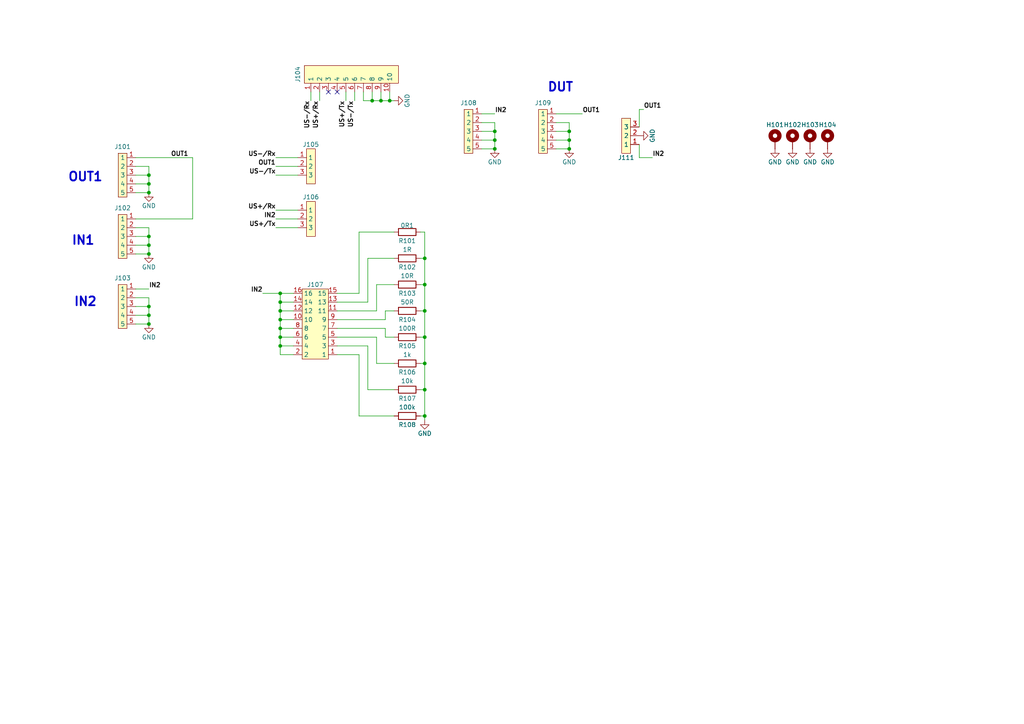
<source format=kicad_sch>
(kicad_sch (version 20231120) (generator "eeschema") (generator_version "8.0")
  (paper "A4")
  (lib_symbols
    (symbol "BestParts_Connectors:Generic-10P"
      (property "Reference" "J" (at 0 14.478 0))
      (symbol "Generic-10P_1_1"
        (rectangle (start -2.54 13.335) (end 2.54 -13.97) (fill (type background)))
        (pin passive line (at 5.08 11.43 180) (length 2.54) (name "1") (number "1"))
        (pin passive line (at 5.08 -11.43 180) (length 2.54) (name "10") (number "10"))
        (pin passive line (at 5.08 8.89 180) (length 2.54) (name "2") (number "2"))
        (pin passive line (at 5.08 6.35 180) (length 2.54) (name "3") (number "3"))
        (pin passive line (at 5.08 3.81 180) (length 2.54) (name "4") (number "4"))
        (pin passive line (at 5.08 1.27 180) (length 2.54) (name "5") (number "5"))
        (pin passive line (at 5.08 -1.27 180) (length 2.54) (name "6") (number "6"))
        (pin passive line (at 5.08 -3.81 180) (length 2.54) (name "7") (number "7"))
        (pin passive line (at 5.08 -6.35 180) (length 2.54) (name "8") (number "8"))
        (pin passive line (at 5.08 -8.89 180) (length 2.54) (name "9") (number "9"))
      )
    )
    (symbol "BestParts_Connectors:Generic-16P-2R"
      (property "Reference" "J" (at 0 11.43 0))
      (symbol "Generic-16P-2R_1_1"
        (rectangle (start -3.81 10.16) (end 3.81 -10.16) (fill (type background)))
        (pin passive line (at 6.35 -8.89 180) (length 2.54) (name "1") (number "1"))
        (pin passive line (at -6.35 1.27 0) (length 2.54) (name "10") (number "10"))
        (pin passive line (at 6.35 3.81 180) (length 2.54) (name "11") (number "11"))
        (pin passive line (at -6.35 3.81 0) (length 2.54) (name "12") (number "12"))
        (pin passive line (at 6.35 6.35 180) (length 2.54) (name "13") (number "13"))
        (pin passive line (at -6.35 6.35 0) (length 2.54) (name "14") (number "14"))
        (pin passive line (at 6.35 8.89 180) (length 2.54) (name "15") (number "15"))
        (pin passive line (at -6.35 8.89 0) (length 2.54) (name "16") (number "16"))
        (pin passive line (at -6.35 -8.89 0) (length 2.54) (name "2") (number "2"))
        (pin passive line (at 6.35 -6.35 180) (length 2.54) (name "3") (number "3"))
        (pin passive line (at -6.35 -6.35 0) (length 2.54) (name "4") (number "4"))
        (pin passive line (at 6.35 -3.81 180) (length 2.54) (name "5") (number "5"))
        (pin passive line (at -6.35 -3.81 0) (length 2.54) (name "6") (number "6"))
        (pin passive line (at 6.35 -1.27 180) (length 2.54) (name "7") (number "7"))
        (pin passive line (at -6.35 -1.27 0) (length 2.54) (name "8") (number "8"))
        (pin passive line (at 6.35 1.27 180) (length 2.54) (name "9") (number "9"))
      )
    )
    (symbol "BestParts_Connectors:Generic-3P"
      (property "Reference" "J" (at 0 6.35 0))
      (symbol "Generic-3P_1_1"
        (rectangle (start -1.27 5.08) (end 1.27 -5.08) (fill (type background)))
        (pin input line (at 3.81 2.54 180) (length 2.54) (name "1") (number "1"))
        (pin input line (at 3.81 0 180) (length 2.54) (name "2") (number "2"))
        (pin input line (at 3.81 -2.54 180) (length 2.54) (name "3") (number "3"))
      )
    )
    (symbol "BestParts_Connectors:Generic-5P"
      (property "Reference" "J" (at 0 7.112 0))
      (symbol "Generic-5P_1_1"
        (rectangle (start -1.27 6.35) (end 1.27 -6.35) (fill (type background)))
        (pin passive line (at 3.81 5.08 180) (length 2.54) (name "1") (number "1"))
        (pin passive line (at 3.81 2.54 180) (length 2.54) (name "2") (number "2"))
        (pin passive line (at 3.81 0 180) (length 2.54) (name "3") (number "3"))
        (pin passive line (at 3.81 -2.54 180) (length 2.54) (name "4") (number "4"))
        (pin passive line (at 3.81 -5.08 180) (length 2.54) (name "5") (number "5"))
      )
    )
    (symbol "BestParts_Generic:Resistor" (pin_numbers hide)
      (property "Reference" "R" (at 0 2.54 0))
      (symbol "Resistor_1_1"
        (rectangle (start -2.54 1.016) (end 2.54 -1.016) (stroke (width 0.254)))
        (pin passive line (at -3.81 0 0) (length 1.27) (name "") (number "1"))
        (pin passive line (at 3.81 0 180) (length 1.27) (name "") (number "2"))
      )
    )
    (symbol "Mechanical:MountingHole_Pad" (pin_numbers hide) (pin_names (offset 1.016) hide)
      (property "Reference" "H" (at 0 6.35 0))
      (property "Value" "MountingHole_Pad" (at 0 4.445 0))
      (symbol "MountingHole_Pad_0_1"
        (circle (center 0 1.27) (radius 1.27) (stroke (width 1.27)))
      )
      (symbol "MountingHole_Pad_1_1"
        (pin input line (at 0 -2.54 90) (length 2.54) (name "1") (number "1"))
      )
    )
    (symbol "power:GND" (power) (pin_numbers hide) (pin_names (offset 0) hide)
      (property "Value" "GND" (at 0 -3.81 0))
      (symbol "GND_0_1"
        (polyline (pts (xy 0 0) (xy 0 -1.27) (xy 1.27 -1.27) (xy 0 -2.54) (xy -1.27 -1.27) (xy 0 -1.27)))
      )
      (symbol "GND_1_1"
        (pin power_in line (at 0 0 270) (length 0) (name "~") (number "1"))
      )
    )
  )
  (junction (at 123.19 97.79))
  (junction (at 81.28 100.33))
  (junction (at 123.19 74.93))
  (junction (at 113.03 29.21))
  (junction (at 165.1 40.64))
  (junction (at 81.28 92.71))
  (junction (at 43.18 50.8))
  (junction (at 81.28 90.17))
  (junction (at 165.1 43.18))
  (junction (at 81.28 87.63))
  (junction (at 43.18 73.66))
  (junction (at 123.19 82.55))
  (junction (at 107.95 29.21))
  (junction (at 143.51 40.64))
  (junction (at 43.18 93.98))
  (junction (at 143.51 43.18))
  (junction (at 43.18 55.88))
  (junction (at 43.18 53.34))
  (junction (at 143.51 38.1))
  (junction (at 43.18 91.44))
  (junction (at 81.28 97.79))
  (junction (at 81.28 95.25))
  (junction (at 165.1 38.1))
  (junction (at 110.49 29.21))
  (junction (at 43.18 88.9))
  (junction (at 81.28 85.09))
  (junction (at 43.18 71.12))
  (junction (at 123.19 90.17))
  (junction (at 123.19 113.03))
  (junction (at 43.18 68.58))
  (junction (at 123.19 120.65))
  (junction (at 123.19 105.41))
  (no_connect (at 97.79 26.67))
  (no_connect (at 95.25 26.67))
  (wire (pts (xy 39.37 48.26) (xy 43.18 48.26)))
  (wire (pts (xy 110.49 29.21) (xy 113.03 29.21)))
  (wire (pts (xy 143.51 33.02) (xy 139.7 33.02)))
  (wire (pts (xy 111.76 95.25) (xy 111.76 97.79)))
  (wire (pts (xy 81.28 92.71) (xy 85.09 92.71)))
  (wire (pts (xy 81.28 100.33) (xy 85.09 100.33)))
  (wire (pts (xy 43.18 71.12) (xy 43.18 73.66)))
  (wire (pts (xy 161.29 38.1) (xy 165.1 38.1)))
  (wire (pts (xy 81.28 102.87) (xy 85.09 102.87)))
  (wire (pts (xy 81.28 87.63) (xy 81.28 90.17)))
  (wire (pts (xy 55.88 45.72) (xy 55.88 63.5)))
  (wire (pts (xy 109.22 82.55) (xy 114.3 82.55)))
  (wire (pts (xy 110.49 29.21) (xy 110.49 26.67)))
  (wire (pts (xy 111.76 97.79) (xy 114.3 97.79)))
  (wire (pts (xy 139.7 38.1) (xy 143.51 38.1)))
  (wire (pts (xy 165.1 38.1) (xy 165.1 40.64)))
  (wire (pts (xy 97.79 95.25) (xy 111.76 95.25)))
  (wire (pts (xy 165.1 35.56) (xy 165.1 38.1)))
  (wire (pts (xy 81.28 92.71) (xy 81.28 95.25)))
  (wire (pts (xy 80.01 48.26) (xy 86.36 48.26)))
  (wire (pts (xy 105.41 29.21) (xy 107.95 29.21)))
  (wire (pts (xy 106.68 113.03) (xy 114.3 113.03)))
  (wire (pts (xy 43.18 50.8) (xy 43.18 53.34)))
  (wire (pts (xy 123.19 120.65) (xy 123.19 121.92)))
  (wire (pts (xy 43.18 68.58) (xy 43.18 71.12)))
  (wire (pts (xy 81.28 100.33) (xy 81.28 102.87)))
  (wire (pts (xy 97.79 87.63) (xy 106.68 87.63)))
  (wire (pts (xy 123.19 90.17) (xy 121.92 90.17)))
  (wire (pts (xy 123.19 74.93) (xy 123.19 82.55)))
  (wire (pts (xy 113.03 29.21) (xy 113.03 26.67)))
  (wire (pts (xy 81.28 90.17) (xy 81.28 92.71)))
  (wire (pts (xy 113.03 29.21) (xy 114.3 29.21)))
  (wire (pts (xy 39.37 50.8) (xy 43.18 50.8)))
  (wire (pts (xy 39.37 45.72) (xy 55.88 45.72)))
  (wire (pts (xy 80.01 66.04) (xy 86.36 66.04)))
  (wire (pts (xy 186.69 31.75) (xy 185.42 31.75)))
  (wire (pts (xy 123.19 90.17) (xy 123.19 97.79)))
  (wire (pts (xy 139.7 35.56) (xy 143.51 35.56)))
  (wire (pts (xy 81.28 87.63) (xy 85.09 87.63)))
  (wire (pts (xy 123.19 67.31) (xy 121.92 67.31)))
  (wire (pts (xy 123.19 67.31) (xy 123.19 74.93)))
  (wire (pts (xy 123.19 105.41) (xy 123.19 113.03)))
  (wire (pts (xy 81.28 95.25) (xy 81.28 97.79)))
  (wire (pts (xy 123.19 82.55) (xy 123.19 90.17)))
  (wire (pts (xy 143.51 38.1) (xy 143.51 40.64)))
  (wire (pts (xy 80.01 50.8) (xy 86.36 50.8)))
  (wire (pts (xy 97.79 90.17) (xy 109.22 90.17)))
  (wire (pts (xy 123.19 97.79) (xy 121.92 97.79)))
  (wire (pts (xy 76.2 85.09) (xy 81.28 85.09)))
  (wire (pts (xy 104.14 120.65) (xy 114.3 120.65)))
  (wire (pts (xy 90.17 26.67) (xy 90.17 29.21)))
  (wire (pts (xy 39.37 88.9) (xy 43.18 88.9)))
  (wire (pts (xy 109.22 82.55) (xy 109.22 90.17)))
  (wire (pts (xy 123.19 113.03) (xy 123.19 120.65)))
  (wire (pts (xy 123.19 105.41) (xy 121.92 105.41)))
  (wire (pts (xy 81.28 97.79) (xy 85.09 97.79)))
  (wire (pts (xy 139.7 43.18) (xy 143.51 43.18)))
  (wire (pts (xy 39.37 93.98) (xy 43.18 93.98)))
  (wire (pts (xy 39.37 71.12) (xy 43.18 71.12)))
  (wire (pts (xy 104.14 67.31) (xy 104.14 85.09)))
  (wire (pts (xy 161.29 33.02) (xy 168.91 33.02)))
  (wire (pts (xy 109.22 105.41) (xy 114.3 105.41)))
  (wire (pts (xy 100.33 26.67) (xy 100.33 29.21)))
  (wire (pts (xy 123.19 113.03) (xy 121.92 113.03)))
  (wire (pts (xy 81.28 95.25) (xy 85.09 95.25)))
  (wire (pts (xy 107.95 29.21) (xy 107.95 26.67)))
  (wire (pts (xy 109.22 97.79) (xy 109.22 105.41)))
  (wire (pts (xy 39.37 66.04) (xy 43.18 66.04)))
  (wire (pts (xy 92.71 26.67) (xy 92.71 29.21)))
  (wire (pts (xy 43.18 83.82) (xy 39.37 83.82)))
  (wire (pts (xy 43.18 88.9) (xy 43.18 91.44)))
  (wire (pts (xy 161.29 40.64) (xy 165.1 40.64)))
  (wire (pts (xy 106.68 74.93) (xy 114.3 74.93)))
  (wire (pts (xy 111.76 90.17) (xy 114.3 90.17)))
  (wire (pts (xy 43.18 48.26) (xy 43.18 50.8)))
  (wire (pts (xy 81.28 90.17) (xy 85.09 90.17)))
  (wire (pts (xy 97.79 102.87) (xy 104.14 102.87)))
  (wire (pts (xy 43.18 86.36) (xy 43.18 88.9)))
  (wire (pts (xy 39.37 55.88) (xy 43.18 55.88)))
  (wire (pts (xy 43.18 91.44) (xy 43.18 93.98)))
  (wire (pts (xy 106.68 74.93) (xy 106.68 87.63)))
  (wire (pts (xy 161.29 35.56) (xy 165.1 35.56)))
  (wire (pts (xy 97.79 85.09) (xy 104.14 85.09)))
  (wire (pts (xy 43.18 53.34) (xy 43.18 55.88)))
  (wire (pts (xy 81.28 85.09) (xy 85.09 85.09)))
  (wire (pts (xy 80.01 45.72) (xy 86.36 45.72)))
  (wire (pts (xy 185.42 45.72) (xy 185.42 41.91)))
  (wire (pts (xy 123.19 97.79) (xy 123.19 105.41)))
  (wire (pts (xy 165.1 40.64) (xy 165.1 43.18)))
  (wire (pts (xy 105.41 29.21) (xy 105.41 26.67)))
  (wire (pts (xy 81.28 85.09) (xy 81.28 87.63)))
  (wire (pts (xy 111.76 90.17) (xy 111.76 92.71)))
  (wire (pts (xy 39.37 86.36) (xy 43.18 86.36)))
  (wire (pts (xy 39.37 63.5) (xy 55.88 63.5)))
  (wire (pts (xy 104.14 67.31) (xy 114.3 67.31)))
  (wire (pts (xy 97.79 97.79) (xy 109.22 97.79)))
  (wire (pts (xy 189.23 45.72) (xy 185.42 45.72)))
  (wire (pts (xy 80.01 60.96) (xy 86.36 60.96)))
  (wire (pts (xy 102.87 26.67) (xy 102.87 29.21)))
  (wire (pts (xy 123.19 82.55) (xy 121.92 82.55)))
  (wire (pts (xy 39.37 91.44) (xy 43.18 91.44)))
  (wire (pts (xy 97.79 92.71) (xy 111.76 92.71)))
  (wire (pts (xy 143.51 35.56) (xy 143.51 38.1)))
  (wire (pts (xy 143.51 40.64) (xy 143.51 43.18)))
  (wire (pts (xy 161.29 43.18) (xy 165.1 43.18)))
  (wire (pts (xy 106.68 100.33) (xy 106.68 113.03)))
  (wire (pts (xy 97.79 100.33) (xy 106.68 100.33)))
  (wire (pts (xy 80.01 63.5) (xy 86.36 63.5)))
  (wire (pts (xy 185.42 31.75) (xy 185.42 36.83)))
  (wire (pts (xy 139.7 40.64) (xy 143.51 40.64)))
  (wire (pts (xy 107.95 29.21) (xy 110.49 29.21)))
  (wire (pts (xy 123.19 120.65) (xy 121.92 120.65)))
  (wire (pts (xy 39.37 53.34) (xy 43.18 53.34)))
  (wire (pts (xy 104.14 102.87) (xy 104.14 120.65)))
  (wire (pts (xy 43.18 66.04) (xy 43.18 68.58)))
  (wire (pts (xy 81.28 97.79) (xy 81.28 100.33)))
  (wire (pts (xy 39.37 73.66) (xy 43.18 73.66)))
  (wire (pts (xy 123.19 74.93) (xy 121.92 74.93)))
  (wire (pts (xy 39.37 68.58) (xy 43.18 68.58)))
  (text "IN1" (at 24.13 69.85 0) (effects (font (size 2.54 2.54) (thickness 0.508) (bold yes))))
  (text "OUT1" (at 24.765 51.435 0) (effects (font (size 2.54 2.54) (thickness 0.508) (bold yes))))
  (text "IN2\n" (at 24.765 87.63 0) (effects (font (size 2.54 2.54) (thickness 0.508) (bold yes))))
  (text "DUT" (at 162.56 25.4 0) (effects (font (size 2.54 2.54) (thickness 0.508) (bold yes))))
  (label "US+{slash}Tx" (at 80.01 66.04 180) (effects (font (bold yes))))
  (label "US+{slash}Tx" (at 100.33 29.21 270) (effects (font (bold yes))))
  (label "OUT1" (at 186.69 31.75 0) (effects (font (bold yes))))
  (label "IN2" (at 43.18 83.82 0) (effects (font (bold yes))))
  (label "US-{slash}Tx" (at 102.87 29.21 270) (effects (font (bold yes))))
  (label "US+{slash}Rx" (at 92.71 29.21 270) (effects (font (bold yes))))
  (label "IN2" (at 80.01 63.5 180) (effects (font (bold yes))))
  (label "OUT1" (at 168.91 33.02 0) (effects (font (bold yes))))
  (label "US-{slash}Rx" (at 90.17 29.21 270) (effects (font (bold yes))))
  (label "US-{slash}Rx" (at 80.01 45.72 180) (effects (font (bold yes))))
  (label "OUT1" (at 49.53 45.72 0) (effects (font (bold yes))))
  (label "OUT1" (at 80.01 48.26 180) (effects (font (bold yes))))
  (label "IN2" (at 76.2 85.09 180) (effects (font (bold yes))))
  (label "IN2" (at 189.23 45.72 0) (effects (font (bold yes))))
  (label "US+{slash}Rx" (at 80.01 60.96 180) (effects (font (bold yes))))
  (label "US-{slash}Tx" (at 80.01 50.8 180) (effects (font (bold yes))))
  (label "IN2" (at 143.51 33.02 0) (effects (font (bold yes))))
  (symbol (lib_id "Mechanical:MountingHole_Pad") (at 240.03 40.64 0) (unit 1)
    (property "Reference" "H104" (at 240.03 36.195 0))
    (property "Value" "MountingHole_Pad" (effects (hide yes)))
    (property "Footprint" "MountingHole:MountingHole_3.2mm_M3_Pad_Via" (effects (hide yes)))
    (property "Description" "Mounting Hole with connection" (effects (hide yes)))
  )
  (symbol (lib_id "BestParts_Generic:Resistor") (at 118.11 74.93 0) (unit 1)
    (property "Reference" "R102" (at 118.11 77.47 0))
    (property "Value" "1R" (at 118.11 72.39 0))
    (property "Footprint" "BestParts_Resistors:R_0805" (effects (hide yes)))
    (property "Part Number" "Generic" (effects (hide yes)))
    (property "Manufacturer" "Any" (effects (hide yes)))
    (property "Tolerance" "1%" (effects (hide yes)))
  )
  (symbol (lib_id "power:GND") (at 185.42 39.37 90) (unit 1)
    (property "Reference" "#PWR0112" (effects (hide yes)))
    (property "Value" "GND" (at 189.23 39.37 0))
    (property "Description" "Power symbol creates a global label with name \"GND\" , ground" (effects (hide yes)))
  )
  (symbol (lib_id "power:GND") (at 143.51 43.18 0) (unit 1)
    (property "Reference" "#PWR0106" (effects (hide yes)))
    (property "Value" "GND" (at 143.51 46.99 0))
    (property "Description" "Power symbol creates a global label with name \"GND\" , ground" (effects (hide yes)))
  )
  (symbol (lib_id "power:GND") (at 43.18 93.98 0) (unit 1)
    (property "Reference" "#PWR0103" (effects (hide yes)))
    (property "Value" "GND" (at 43.18 97.79 0))
    (property "Description" "Power symbol creates a global label with name \"GND\" , ground" (effects (hide yes)))
  )
  (symbol (lib_id "power:GND") (at 224.79 43.18 0) (unit 1)
    (property "Reference" "#PWR0108" (effects (hide yes)))
    (property "Value" "GND" (at 224.79 46.99 0))
    (property "Description" "Power symbol creates a global label with name \"GND\" , ground" (effects (hide yes)))
  )
  (symbol (lib_id "BestParts_Connectors:Generic-5P") (at 35.56 68.58 0) (unit 1)
    (property "Reference" "J102" (at 35.56 60.325 0))
    (property "Value" "Generic-5P" (effects (hide yes)))
    (property "Footprint" "BestParts_Connectors:BNC_Jack_90" (effects (hide yes)))
  )
  (symbol (lib_id "power:GND") (at 123.19 121.92 0) (unit 1)
    (property "Reference" "#PWR0105" (effects (hide yes)))
    (property "Value" "GND" (at 123.19 125.73 0))
    (property "Description" "Power symbol creates a global label with name \"GND\" , ground" (effects (hide yes)))
  )
  (symbol (lib_id "BestParts_Connectors:Generic-5P") (at 157.48 38.1 0) (unit 1)
    (property "Reference" "J109" (at 157.48 29.845 0))
    (property "Value" "Generic-5P" (effects (hide yes)))
    (property "Footprint" "BestParts_Connectors:BNC_Jack_90" (effects (hide yes)))
  )
  (symbol (lib_id "BestParts_Connectors:Generic-3P") (at 90.17 63.5 0) (mirror y) (unit 1)
    (property "Reference" "J106" (at 90.17 57.15 0))
    (property "Footprint" "Connector_PinHeader_2.54mm:PinHeader_1x03_P2.54mm_Vertical" (effects (hide yes)))
    (property "Description" "Connector" (effects (hide yes)))
  )
  (symbol (lib_id "BestParts_Connectors:Generic-3P") (at 90.17 48.26 0) (mirror y) (unit 1)
    (property "Reference" "J105" (at 90.17 41.91 0))
    (property "Footprint" "Connector_PinHeader_2.54mm:PinHeader_1x03_P2.54mm_Vertical" (effects (hide yes)))
    (property "Description" "Connector" (effects (hide yes)))
  )
  (symbol (lib_id "Mechanical:MountingHole_Pad") (at 229.87 40.64 0) (unit 1)
    (property "Reference" "H102" (at 229.87 36.195 0))
    (property "Value" "MountingHole_Pad" (effects (hide yes)))
    (property "Footprint" "MountingHole:MountingHole_3.2mm_M3_Pad_Via" (effects (hide yes)))
    (property "Description" "Mounting Hole with connection" (effects (hide yes)))
  )
  (symbol (lib_id "power:GND") (at 43.18 73.66 0) (unit 1)
    (property "Reference" "#PWR0102" (effects (hide yes)))
    (property "Value" "GND" (at 43.18 77.47 0))
    (property "Description" "Power symbol creates a global label with name \"GND\" , ground" (effects (hide yes)))
  )
  (symbol (lib_id "BestParts_Generic:Resistor") (at 118.11 120.65 0) (unit 1)
    (property "Reference" "R108" (at 118.11 123.19 0))
    (property "Value" "100k" (at 118.11 118.11 0))
    (property "Footprint" "BestParts_Resistors:R_0805" (effects (hide yes)))
    (property "Part Number" "Generic" (effects (hide yes)))
    (property "Manufacturer" "Any" (effects (hide yes)))
    (property "Tolerance" "1%" (effects (hide yes)))
  )
  (symbol (lib_id "Mechanical:MountingHole_Pad") (at 224.79 40.64 0) (unit 1)
    (property "Reference" "H101" (at 224.79 36.195 0))
    (property "Value" "MountingHole_Pad" (effects (hide yes)))
    (property "Footprint" "MountingHole:MountingHole_3.2mm_M3_Pad_Via" (effects (hide yes)))
    (property "Description" "Mounting Hole with connection" (effects (hide yes)))
  )
  (symbol (lib_id "BestParts_Generic:Resistor") (at 118.11 67.31 0) (unit 1)
    (property "Reference" "R101" (at 118.11 69.85 0))
    (property "Value" "0R1" (at 118.11 65.405 0))
    (property "Footprint" "BestParts_Resistors:R_0805" (effects (hide yes)))
    (property "Part Number" "Generic" (effects (hide yes)))
    (property "Manufacturer" "Any" (effects (hide yes)))
    (property "Tolerance" "1%" (effects (hide yes)))
  )
  (symbol (lib_id "power:GND") (at 240.03 43.18 0) (unit 1)
    (property "Reference" "#PWR0111" (effects (hide yes)))
    (property "Value" "GND" (at 240.03 46.99 0))
    (property "Description" "Power symbol creates a global label with name \"GND\" , ground" (effects (hide yes)))
  )
  (symbol (lib_id "BestParts_Connectors:Generic-5P") (at 135.89 38.1 0) (unit 1)
    (property "Reference" "J108" (at 135.89 29.845 0))
    (property "Value" "Generic-5P" (effects (hide yes)))
    (property "Footprint" "BestParts_Connectors:BNC_Jack_90" (effects (hide yes)))
  )
  (symbol (lib_id "BestParts_Generic:Resistor") (at 118.11 113.03 0) (unit 1)
    (property "Reference" "R107" (at 118.11 115.57 0))
    (property "Value" "10k" (at 118.11 110.49 0))
    (property "Footprint" "BestParts_Resistors:R_0805" (effects (hide yes)))
    (property "Part Number" "Generic" (effects (hide yes)))
    (property "Manufacturer" "Any" (effects (hide yes)))
    (property "Tolerance" "1%" (effects (hide yes)))
  )
  (symbol (lib_id "power:GND") (at 234.95 43.18 0) (unit 1)
    (property "Reference" "#PWR0110" (effects (hide yes)))
    (property "Value" "GND" (at 234.95 46.99 0))
    (property "Description" "Power symbol creates a global label with name \"GND\" , ground" (effects (hide yes)))
  )
  (symbol (lib_id "BestParts_Generic:Resistor") (at 118.11 90.17 0) (unit 1)
    (property "Reference" "R104" (at 118.11 92.71 0))
    (property "Value" "50R" (at 118.11 87.63 0))
    (property "Footprint" "BestParts_Resistors:R_0805" (effects (hide yes)))
    (property "Part Number" "Generic" (effects (hide yes)))
    (property "Manufacturer" "Any" (effects (hide yes)))
    (property "Tolerance" "1%" (effects (hide yes)))
  )
  (symbol (lib_id "BestParts_Connectors:Generic-5P") (at 35.56 88.9 0) (unit 1)
    (property "Reference" "J103" (at 35.56 80.645 0))
    (property "Value" "Generic-5P" (effects (hide yes)))
    (property "Footprint" "BestParts_Connectors:BNC_Jack_90" (effects (hide yes)))
  )
  (symbol (lib_id "Mechanical:MountingHole_Pad") (at 234.95 40.64 0) (unit 1)
    (property "Reference" "H103" (at 234.95 36.195 0))
    (property "Value" "MountingHole_Pad" (effects (hide yes)))
    (property "Footprint" "MountingHole:MountingHole_3.2mm_M3_Pad_Via" (effects (hide yes)))
    (property "Description" "Mounting Hole with connection" (effects (hide yes)))
  )
  (symbol (lib_id "power:GND") (at 165.1 43.18 0) (unit 1)
    (property "Reference" "#PWR0107" (effects (hide yes)))
    (property "Value" "GND" (at 165.1 46.99 0))
    (property "Description" "Power symbol creates a global label with name \"GND\" , ground" (effects (hide yes)))
  )
  (symbol (lib_id "BestParts_Generic:Resistor") (at 118.11 105.41 0) (unit 1)
    (property "Reference" "R106" (at 118.11 107.95 0))
    (property "Value" "1k" (at 118.11 102.87 0))
    (property "Footprint" "BestParts_Resistors:R_0805" (effects (hide yes)))
    (property "Part Number" "Generic" (effects (hide yes)))
    (property "Manufacturer" "Any" (effects (hide yes)))
    (property "Tolerance" "1%" (effects (hide yes)))
  )
  (symbol (lib_id "power:GND") (at 43.18 55.88 0) (unit 1)
    (property "Reference" "#PWR0104" (effects (hide yes)))
    (property "Value" "GND" (at 43.18 59.69 0))
    (property "Description" "Power symbol creates a global label with name \"GND\" , ground" (effects (hide yes)))
  )
  (symbol (lib_id "BestParts_Connectors:Generic-3P") (at 181.61 39.37 0) (mirror x) (unit 1)
    (property "Reference" "J111" (at 181.61 45.72 0))
    (property "Footprint" "Connector_Phoenix_MC:PhoenixContact_MC_1,5_3-G-3.81_1x03_P3.81mm_Horizontal" (effects (hide yes)))
    (property "Description" "Connector" (effects (hide yes)))
  )
  (symbol (lib_id "BestParts_Connectors:Generic-10P") (at 101.6 21.59 90) (mirror x) (unit 1)
    (property "Reference" "J104" (at 86.36 21.59 0))
    (property "Value" "Generic-7P" (effects (hide yes)))
    (property "Footprint" "BestParts_Connectors:F31K-1A7H1-11006" (effects (hide yes)))
  )
  (symbol (lib_id "BestParts_Connectors:Generic-5P") (at 35.56 50.8 0) (unit 1)
    (property "Reference" "J101" (at 35.56 42.545 0))
    (property "Value" "Generic-5P" (effects (hide yes)))
    (property "Footprint" "BestParts_Connectors:BNC_Jack_90" (effects (hide yes)))
  )
  (symbol (lib_id "BestParts_Generic:Resistor") (at 118.11 97.79 0) (unit 1)
    (property "Reference" "R105" (at 118.11 100.33 0))
    (property "Value" "100R" (at 118.11 95.25 0))
    (property "Footprint" "BestParts_Resistors:R_0805" (effects (hide yes)))
    (property "Part Number" "Generic" (effects (hide yes)))
    (property "Manufacturer" "Any" (effects (hide yes)))
    (property "Tolerance" "1%" (effects (hide yes)))
  )
  (symbol (lib_id "power:GND") (at 114.3 29.21 90) (unit 1)
    (property "Reference" "#PWR0101" (effects (hide yes)))
    (property "Value" "GND" (at 118.11 29.21 0))
    (property "Description" "Power symbol creates a global label with name \"GND\" , ground" (effects (hide yes)))
  )
  (symbol (lib_id "BestParts_Generic:Resistor") (at 118.11 82.55 0) (unit 1)
    (property "Reference" "R103" (at 118.11 85.09 0))
    (property "Value" "10R" (at 118.11 80.01 0))
    (property "Footprint" "BestParts_Resistors:R_0805" (effects (hide yes)))
    (property "Part Number" "Generic" (effects (hide yes)))
    (property "Manufacturer" "Any" (effects (hide yes)))
    (property "Tolerance" "1%" (effects (hide yes)))
  )
  (symbol (lib_id "BestParts_Connectors:Generic-16P-2R") (at 91.44 93.98 0) (unit 1)
    (property "Reference" "J107" (at 91.44 82.55 0))
    (property "Footprint" "Connector_PinHeader_2.54mm:PinHeader_2x08_P2.54mm_Vertical" (effects (hide yes)))
  )
  (symbol (lib_id "power:GND") (at 229.87 43.18 0) (unit 1)
    (property "Reference" "#PWR0109" (effects (hide yes)))
    (property "Value" "GND" (at 229.87 46.99 0))
    (property "Description" "Power symbol creates a global label with name \"GND\" , ground" (effects (hide yes)))
  )
)
</source>
